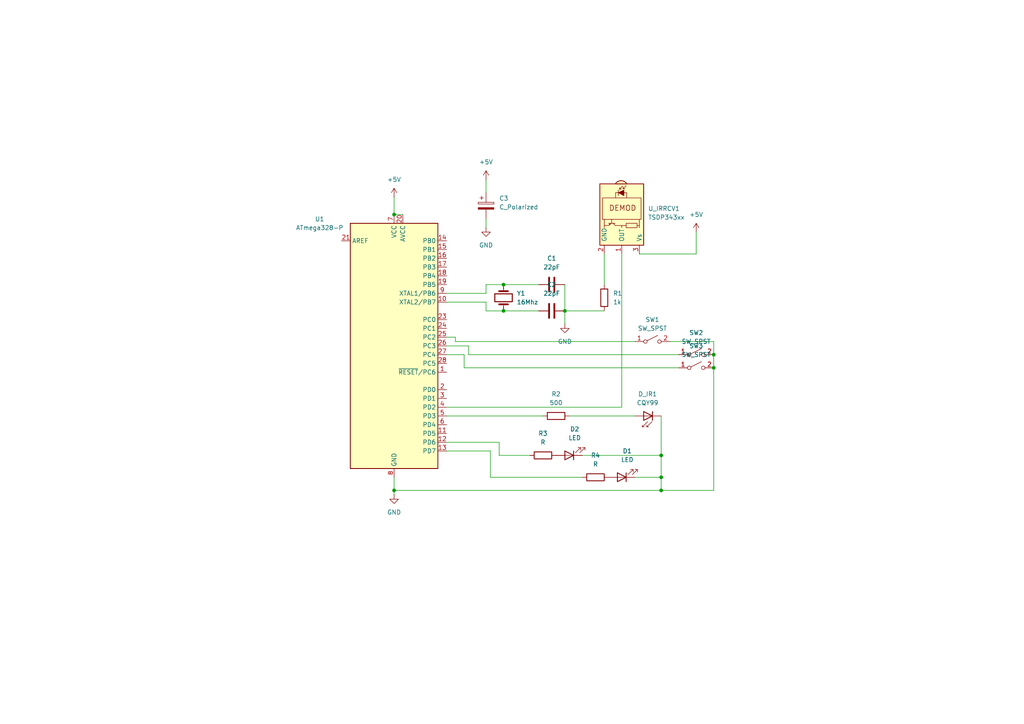
<source format=kicad_sch>
(kicad_sch (version 20231120) (generator "eeschema") (generator_version "8.0")
  (paper "A4")
  (lib_symbols
    (symbol "Device:C" (pin_numbers hide) (pin_names (offset 0.254))
      (property "Reference" "C" (at 0.635 2.54 0))
      (property "Value" "C" (at 0.635 -2.54 0))
      (symbol "C_0_1"
        (polyline (pts (xy -2.032 -0.762) (xy 2.032 -0.762)) (stroke (width 0.508)))
        (polyline (pts (xy -2.032 0.762) (xy 2.032 0.762)) (stroke (width 0.508)))
      )
      (symbol "C_1_1"
        (pin passive line (at 0 3.81 270) (length 2.794) (name "~") (number "1"))
        (pin passive line (at 0 -3.81 90) (length 2.794) (name "~") (number "2"))
      )
    )
    (symbol "Device:C_Polarized" (pin_numbers hide) (pin_names (offset 0.254))
      (property "Reference" "C" (at 0.635 2.54 0))
      (property "Value" "C_Polarized" (at 0.635 -2.54 0))
      (symbol "C_Polarized_0_1"
        (rectangle (start -2.286 0.508) (end 2.286 1.016))
        (polyline (pts (xy -1.778 2.286) (xy -0.762 2.286)))
        (polyline (pts (xy -1.27 2.794) (xy -1.27 1.778)))
        (rectangle (start 2.286 -0.508) (end -2.286 -1.016) (fill (type outline)))
      )
      (symbol "C_Polarized_1_1"
        (pin passive line (at 0 3.81 270) (length 2.794) (name "~") (number "1"))
        (pin passive line (at 0 -3.81 90) (length 2.794) (name "~") (number "2"))
      )
    )
    (symbol "Device:Crystal" (pin_numbers hide) (pin_names (offset 1.016) hide)
      (property "Reference" "Y" (at 0 3.81 0))
      (property "Value" "Crystal" (at 0 -3.81 0))
      (symbol "Crystal_0_1"
        (rectangle (start -1.143 2.54) (end 1.143 -2.54) (stroke (width 0.3048)))
        (polyline (pts (xy -2.54 0) (xy -1.905 0)))
        (polyline (pts (xy -1.905 -1.27) (xy -1.905 1.27)) (stroke (width 0.508)))
        (polyline (pts (xy 1.905 -1.27) (xy 1.905 1.27)) (stroke (width 0.508)))
        (polyline (pts (xy 2.54 0) (xy 1.905 0)))
      )
      (symbol "Crystal_1_1"
        (pin passive line (at -3.81 0 0) (length 1.27) (name "1") (number "1"))
        (pin passive line (at 3.81 0 180) (length 1.27) (name "2") (number "2"))
      )
    )
    (symbol "Device:LED" (pin_numbers hide) (pin_names (offset 1.016) hide)
      (property "Reference" "D" (at 0 2.54 0))
      (property "Value" "LED" (at 0 -2.54 0))
      (symbol "LED_0_1"
        (polyline (pts (xy -1.27 -1.27) (xy -1.27 1.27)) (stroke (width 0.254)))
        (polyline (pts (xy -1.27 0) (xy 1.27 0)))
        (polyline (pts (xy 1.27 -1.27) (xy 1.27 1.27) (xy -1.27 0) (xy 1.27 -1.27)) (stroke (width 0.254)))
        (polyline (pts (xy -3.048 -0.762) (xy -4.572 -2.286) (xy -3.81 -2.286) (xy -4.572 -2.286) (xy -4.572 -1.524)))
        (polyline (pts (xy -1.778 -0.762) (xy -3.302 -2.286) (xy -2.54 -2.286) (xy -3.302 -2.286) (xy -3.302 -1.524)))
      )
      (symbol "LED_1_1"
        (pin passive line (at -3.81 0 0) (length 2.54) (name "K") (number "1"))
        (pin passive line (at 3.81 0 180) (length 2.54) (name "A") (number "2"))
      )
    )
    (symbol "Device:R" (pin_numbers hide) (pin_names (offset 0))
      (property "Reference" "R" (at 2.032 0 90))
      (property "Value" "R" (at 0 0 90))
      (symbol "R_0_1"
        (rectangle (start -1.016 -2.54) (end 1.016 2.54) (stroke (width 0.254)))
      )
      (symbol "R_1_1"
        (pin passive line (at 0 3.81 270) (length 1.27) (name "~") (number "1"))
        (pin passive line (at 0 -3.81 90) (length 1.27) (name "~") (number "2"))
      )
    )
    (symbol "Interface_Optical:TSDP343xx" (pin_names (offset 1.016))
      (property "Reference" "U" (at -10.16 7.62 0))
      (property "Value" "TSDP343xx" (at -10.16 -7.62 0))
      (symbol "TSDP343xx_0_0"
        (arc (start -10.287 1.397) (mid -11.0899 -0.1852) (end -10.287 -1.778) (stroke (width 0.254)) (fill (type background)))
        (polyline (pts (xy 1.905 -5.08) (xy 0.127 -5.08)))
        (polyline (pts (xy 1.905 5.08) (xy 0.127 5.08)))
        (text "DEMOD" (at -3.175 0.254 900) (effects (font (size 1.524 1.524))))
      )
      (symbol "TSDP343xx_0_1"
        (rectangle (start -6.096 5.588) (end 0.127 -5.588))
        (polyline (pts (xy -8.763 0.381) (xy -9.652 1.27)))
        (polyline (pts (xy -8.763 0.381) (xy -9.271 0.381)))
        (polyline (pts (xy -8.763 0.381) (xy -8.763 0.889)))
        (polyline (pts (xy -8.636 -0.635) (xy -9.525 0.254)))
        (polyline (pts (xy -8.636 -0.635) (xy -9.144 -0.635)))
        (polyline (pts (xy -8.636 -0.635) (xy -8.636 -0.127)))
        (polyline (pts (xy -8.382 -1.016) (xy -6.731 -1.016)))
        (polyline (pts (xy 1.27 -2.921) (xy 0.127 -2.921)))
        (polyline (pts (xy 1.27 -1.905) (xy 1.27 -3.81)))
        (polyline (pts (xy 1.397 -3.556) (xy 1.524 -3.556)))
        (polyline (pts (xy 1.651 -3.556) (xy 1.524 -3.556)))
        (polyline (pts (xy 1.651 -3.556) (xy 1.651 -3.302)))
        (polyline (pts (xy 1.905 0) (xy 1.905 1.27)))
        (polyline (pts (xy 1.905 4.445) (xy 1.905 5.08) (xy 2.54 5.08)))
        (polyline (pts (xy -8.382 0.635) (xy -6.731 0.635) (xy -7.62 -1.016) (xy -8.382 0.635)) (fill (type outline)))
        (polyline (pts (xy -6.096 1.397) (xy -7.62 1.397) (xy -7.62 -1.778) (xy -6.096 -1.778)))
        (polyline (pts (xy 1.27 -3.175) (xy 1.905 -3.81) (xy 1.905 -5.08) (xy 2.54 -5.08)))
        (polyline (pts (xy 1.27 -2.54) (xy 1.905 -1.905) (xy 1.905 0) (xy 2.54 0)))
        (rectangle (start 2.54 1.27) (end 1.27 4.445))
        (rectangle (start 7.62 6.35) (end -10.16 -6.35) (stroke (width 0.254)) (fill (type background)))
      )
      (symbol "TSDP343xx_1_1"
        (pin output line (at 10.16 0 180) (length 2.54) (name "OUT") (number "1"))
        (pin power_in line (at 10.16 -5.08 180) (length 2.54) (name "GND") (number "2"))
        (pin power_in line (at 10.16 5.08 180) (length 2.54) (name "Vs") (number "3"))
      )
    )
    (symbol "LED:CQY99" (pin_numbers hide) (pin_names (offset 1.016) hide)
      (property "Reference" "D" (at 0.508 1.778 0))
      (property "Value" "CQY99" (at -1.016 -2.794 0))
      (symbol "CQY99_0_1"
        (polyline (pts (xy -2.54 1.27) (xy -2.54 -1.27)) (stroke (width 0.254)))
        (polyline (pts (xy 0 0) (xy -2.54 0)))
        (polyline (pts (xy 0.381 3.175) (xy -0.127 3.175)))
        (polyline (pts (xy -1.143 1.651) (xy 0.381 3.175) (xy 0.381 2.667)))
        (polyline (pts (xy 0 -1.27) (xy -2.54 0) (xy 0 1.27) (xy 0 -1.27)) (stroke (width 0.254)))
        (polyline (pts (xy -2.413 1.651) (xy -0.889 3.175) (xy -0.889 2.667) (xy -0.889 3.175) (xy -1.397 3.175)))
      )
      (symbol "CQY99_1_1"
        (pin passive line (at -5.08 0 0) (length 2.54) (name "K") (number "1"))
        (pin passive line (at 2.54 0 180) (length 2.54) (name "A") (number "2"))
      )
    )
    (symbol "MCU_Microchip_ATmega:ATmega328-P"
      (property "Reference" "U" (at -12.7 36.83 0))
      (property "Value" "ATmega328-P" (at 2.54 -36.83 0))
      (symbol "ATmega328-P_0_1"
        (rectangle (start -12.7 -35.56) (end 12.7 35.56) (stroke (width 0.254)) (fill (type background)))
      )
      (symbol "ATmega328-P_1_1"
        (pin bidirectional line (at 15.24 -7.62 180) (length 2.54) (name "~{RESET}/PC6") (number "1"))
        (pin bidirectional line (at 15.24 12.7 180) (length 2.54) (name "XTAL2/PB7") (number "10"))
        (pin bidirectional line (at 15.24 -25.4 180) (length 2.54) (name "PD5") (number "11"))
        (pin bidirectional line (at 15.24 -27.94 180) (length 2.54) (name "PD6") (number "12"))
        (pin bidirectional line (at 15.24 -30.48 180) (length 2.54) (name "PD7") (number "13"))
        (pin bidirectional line (at 15.24 30.48 180) (length 2.54) (name "PB0") (number "14"))
        (pin bidirectional line (at 15.24 27.94 180) (length 2.54) (name "PB1") (number "15"))
        (pin bidirectional line (at 15.24 25.4 180) (length 2.54) (name "PB2") (number "16"))
        (pin bidirectional line (at 15.24 22.86 180) (length 2.54) (name "PB3") (number "17"))
        (pin bidirectional line (at 15.24 20.32 180) (length 2.54) (name "PB4") (number "18"))
        (pin bidirectional line (at 15.24 17.78 180) (length 2.54) (name "PB5") (number "19"))
        (pin bidirectional line (at 15.24 -12.7 180) (length 2.54) (name "PD0") (number "2"))
        (pin power_in line (at 2.54 38.1 270) (length 2.54) (name "AVCC") (number "20"))
        (pin passive line (at -15.24 30.48 0) (length 2.54) (name "AREF") (number "21"))
        (pin passive line (at 0 -38.1 90) (length 2.54) hide (name "GND") (number "22"))
        (pin bidirectional line (at 15.24 7.62 180) (length 2.54) (name "PC0") (number "23"))
        (pin bidirectional line (at 15.24 5.08 180) (length 2.54) (name "PC1") (number "24"))
        (pin bidirectional line (at 15.24 2.54 180) (length 2.54) (name "PC2") (number "25"))
        (pin bidirectional line (at 15.24 0 180) (length 2.54) (name "PC3") (number "26"))
        (pin bidirectional line (at 15.24 -2.54 180) (length 2.54) (name "PC4") (number "27"))
        (pin bidirectional line (at 15.24 -5.08 180) (length 2.54) (name "PC5") (number "28"))
        (pin bidirectional line (at 15.24 -15.24 180) (length 2.54) (name "PD1") (number "3"))
        (pin bidirectional line (at 15.24 -17.78 180) (length 2.54) (name "PD2") (number "4"))
        (pin bidirectional line (at 15.24 -20.32 180) (length 2.54) (name "PD3") (number "5"))
        (pin bidirectional line (at 15.24 -22.86 180) (length 2.54) (name "PD4") (number "6"))
        (pin power_in line (at 0 38.1 270) (length 2.54) (name "VCC") (number "7"))
        (pin power_in line (at 0 -38.1 90) (length 2.54) (name "GND") (number "8"))
        (pin bidirectional line (at 15.24 15.24 180) (length 2.54) (name "XTAL1/PB6") (number "9"))
      )
    )
    (symbol "Switch:SW_SPST" (pin_names (offset 0) hide)
      (property "Reference" "SW" (at 0 3.175 0))
      (property "Value" "SW_SPST" (at 0 -2.54 0))
      (symbol "SW_SPST_0_0"
        (circle (center -2.032 0) (radius 0.508))
        (polyline (pts (xy -1.524 0.254) (xy 1.524 1.778)))
        (circle (center 2.032 0) (radius 0.508))
      )
      (symbol "SW_SPST_1_1"
        (pin passive line (at -5.08 0 0) (length 2.54) (name "A") (number "1"))
        (pin passive line (at 5.08 0 180) (length 2.54) (name "B") (number "2"))
      )
    )
    (symbol "power:+5V" (power) (pin_numbers hide) (pin_names (offset 0) hide)
      (property "Value" "+5V" (at 0 3.556 0))
      (symbol "+5V_0_1"
        (polyline (pts (xy -0.762 1.27) (xy 0 2.54)))
        (polyline (pts (xy 0 0) (xy 0 2.54)))
        (polyline (pts (xy 0 2.54) (xy 0.762 1.27)))
      )
      (symbol "+5V_1_1"
        (pin power_in line (at 0 0 90) (length 0) (name "~") (number "1"))
      )
    )
    (symbol "power:GND" (power) (pin_numbers hide) (pin_names (offset 0) hide)
      (property "Value" "GND" (at 0 -3.81 0))
      (symbol "GND_0_1"
        (polyline (pts (xy 0 0) (xy 0 -1.27) (xy 1.27 -1.27) (xy 0 -2.54) (xy -1.27 -1.27) (xy 0 -1.27)))
      )
      (symbol "GND_1_1"
        (pin power_in line (at 0 0 270) (length 0) (name "~") (number "1"))
      )
    )
  )
  (junction (at 207.01 106.68))
  (junction (at 191.77 138.43))
  (junction (at 114.3 142.24))
  (junction (at 146.05 90.17))
  (junction (at 163.83 90.17))
  (junction (at 207.01 102.87))
  (junction (at 114.3 62.23))
  (junction (at 191.77 142.24))
  (junction (at 146.05 82.55))
  (junction (at 191.77 132.08))
  (wire (pts (xy 129.54 118.11) (xy 180.34 118.11)))
  (wire (pts (xy 168.91 138.43) (xy 142.24 138.43)))
  (wire (pts (xy 146.05 82.55) (xy 156.21 82.55)))
  (wire (pts (xy 184.15 138.43) (xy 191.77 138.43)))
  (wire (pts (xy 194.31 99.06) (xy 207.01 99.06)))
  (wire (pts (xy 114.3 138.43) (xy 114.3 142.24)))
  (wire (pts (xy 175.26 73.66) (xy 175.26 82.55)))
  (wire (pts (xy 114.3 57.15) (xy 114.3 62.23)))
  (wire (pts (xy 142.24 138.43) (xy 142.24 130.81)))
  (wire (pts (xy 168.91 132.08) (xy 191.77 132.08)))
  (wire (pts (xy 163.83 82.55) (xy 163.83 90.17)))
  (wire (pts (xy 114.3 142.24) (xy 114.3 143.51)))
  (wire (pts (xy 207.01 106.68) (xy 207.01 142.24)))
  (wire (pts (xy 201.93 67.31) (xy 201.93 73.66)))
  (wire (pts (xy 132.08 97.79) (xy 129.54 97.79)))
  (wire (pts (xy 207.01 102.87) (xy 207.01 106.68)))
  (wire (pts (xy 134.62 106.68) (xy 134.62 102.87)))
  (wire (pts (xy 191.77 138.43) (xy 191.77 142.24)))
  (wire (pts (xy 135.89 100.33) (xy 129.54 100.33)))
  (wire (pts (xy 184.15 99.06) (xy 132.08 99.06)))
  (wire (pts (xy 135.89 102.87) (xy 135.89 100.33)))
  (wire (pts (xy 140.97 63.5) (xy 140.97 66.04)))
  (wire (pts (xy 185.42 73.66) (xy 201.93 73.66)))
  (wire (pts (xy 142.24 130.81) (xy 129.54 130.81)))
  (wire (pts (xy 114.3 62.23) (xy 116.84 62.23)))
  (wire (pts (xy 144.78 132.08) (xy 144.78 128.27)))
  (wire (pts (xy 153.67 132.08) (xy 144.78 132.08)))
  (wire (pts (xy 140.97 82.55) (xy 140.97 85.09)))
  (wire (pts (xy 140.97 85.09) (xy 129.54 85.09)))
  (wire (pts (xy 191.77 132.08) (xy 191.77 138.43)))
  (wire (pts (xy 140.97 52.07) (xy 140.97 55.88)))
  (wire (pts (xy 191.77 120.65) (xy 191.77 132.08)))
  (wire (pts (xy 129.54 120.65) (xy 157.48 120.65)))
  (wire (pts (xy 165.1 120.65) (xy 184.15 120.65)))
  (wire (pts (xy 146.05 82.55) (xy 140.97 82.55)))
  (wire (pts (xy 196.85 106.68) (xy 134.62 106.68)))
  (wire (pts (xy 129.54 87.63) (xy 140.97 87.63)))
  (wire (pts (xy 146.05 90.17) (xy 156.21 90.17)))
  (wire (pts (xy 180.34 118.11) (xy 180.34 73.66)))
  (wire (pts (xy 196.85 102.87) (xy 135.89 102.87)))
  (wire (pts (xy 140.97 90.17) (xy 140.97 87.63)))
  (wire (pts (xy 163.83 90.17) (xy 175.26 90.17)))
  (wire (pts (xy 191.77 142.24) (xy 114.3 142.24)))
  (wire (pts (xy 163.83 90.17) (xy 163.83 93.98)))
  (wire (pts (xy 207.01 142.24) (xy 191.77 142.24)))
  (wire (pts (xy 207.01 99.06) (xy 207.01 102.87)))
  (wire (pts (xy 144.78 128.27) (xy 129.54 128.27)))
  (wire (pts (xy 134.62 102.87) (xy 129.54 102.87)))
  (wire (pts (xy 146.05 90.17) (xy 140.97 90.17)))
  (wire (pts (xy 132.08 99.06) (xy 132.08 97.79)))
  (symbol (lib_id "Device:R") (at 175.26 86.36 180) (unit 1)
    (property "Reference" "R1" (at 177.8 85.0899 0) (effects (justify right)))
    (property "Value" "1k" (at 177.8 87.6299 0) (effects (justify right)))
    (property "Description" "Resistor" (effects (hide yes)))
  )
  (symbol (lib_id "power:+5V") (at 140.97 52.07 0) (unit 1)
    (property "Reference" "#PWR5" (effects (hide yes)))
    (property "Value" "+5V" (at 140.97 46.99 0))
    (property "Description" "Power symbol creates a global label with name \"+5V\"" (effects (hide yes)))
  )
  (symbol (lib_id "Interface_Optical:TSDP343xx") (at 180.34 63.5 270) (unit 1)
    (property "Reference" "U_IRRCV1" (at 187.96 60.4949 90) (effects (justify left)))
    (property "Value" "TSDP343xx" (at 187.96 63.0349 90) (effects (justify left)))
    (property "Footprint" "OptoDevice:Vishay_MOLD-3Pin" (effects (hide yes)))
    (property "Datasheet" "http://www.vishay.com/docs/82667/tsdp341.pdf" (effects (hide yes)))
    (property "Description" "IR Receiver Modules for Data Transmission" (effects (hide yes)))
  )
  (symbol (lib_id "Switch:SW_SPST") (at 189.23 99.06 0) (unit 1)
    (property "Reference" "SW1" (at 189.23 92.71 0))
    (property "Value" "SW_SPST" (at 189.23 95.25 0))
    (property "Description" "Single Pole Single Throw (SPST) switch" (effects (hide yes)))
  )
  (symbol (lib_id "MCU_Microchip_ATmega:ATmega328-P") (at 114.3 100.33 0) (unit 1)
    (property "Reference" "U1" (at 92.71 63.5314 0))
    (property "Value" "ATmega328-P" (at 92.71 66.0714 0))
    (property "Footprint" "Package_DIP:DIP-28_W7.62mm" (effects (hide yes)))
    (property "Datasheet" "http://ww1.microchip.com/downloads/en/DeviceDoc/ATmega328_P%20AVR%20MCU%20with%20picoPower%20Technology%20Data%20Sheet%2040001984A.pdf" (effects (hide yes)))
    (property "Description" "20MHz, 32kB Flash, 2kB SRAM, 1kB EEPROM, DIP-28" (effects (hide yes)))
  )
  (symbol (lib_id "power:GND") (at 140.97 66.04 0) (unit 1)
    (property "Reference" "#PWR4" (effects (hide yes)))
    (property "Value" "GND" (at 140.97 71.12 0))
    (property "Description" "Power symbol creates a global label with name \"GND\" , ground" (effects (hide yes)))
  )
  (symbol (lib_id "power:+5V") (at 114.3 57.15 0) (unit 1)
    (property "Reference" "#PWR1" (effects (hide yes)))
    (property "Value" "+5V" (at 114.3 52.07 0))
    (property "Description" "Power symbol creates a global label with name \"+5V\"" (effects (hide yes)))
  )
  (symbol (lib_id "Device:LED") (at 180.34 138.43 180) (unit 1)
    (property "Reference" "D1" (at 181.9275 130.81 0))
    (property "Value" "LED" (at 181.9275 133.35 0))
    (property "Description" "Light emitting diode" (effects (hide yes)))
  )
  (symbol (lib_id "Device:R") (at 161.29 120.65 90) (unit 1)
    (property "Reference" "R2" (at 161.29 114.3 90))
    (property "Value" "500" (at 161.29 116.84 90))
    (property "Description" "Resistor" (effects (hide yes)))
  )
  (symbol (lib_id "Switch:SW_SPST") (at 201.93 102.87 0) (unit 1)
    (property "Reference" "SW2" (at 201.93 96.52 0))
    (property "Value" "SW_SPST" (at 201.93 99.06 0))
    (property "Description" "Single Pole Single Throw (SPST) switch" (effects (hide yes)))
  )
  (symbol (lib_id "Device:R") (at 157.48 132.08 90) (unit 1)
    (property "Reference" "R3" (at 157.48 125.73 90))
    (property "Value" "R" (at 157.48 128.27 90))
    (property "Description" "Resistor" (effects (hide yes)))
  )
  (symbol (lib_id "Device:C") (at 160.02 90.17 90) (unit 1)
    (property "Reference" "C2" (at 160.02 82.55 90))
    (property "Value" "22pF" (at 160.02 85.09 90))
    (property "Footprint" "Capacitor_THT:C_Disc_D9.0mm_W5.0mm_P10.00mm" (effects (hide yes)))
    (property "Description" "Unpolarized capacitor" (effects (hide yes)))
  )
  (symbol (lib_id "Switch:SW_SPST") (at 201.93 106.68 0) (unit 1)
    (property "Reference" "SW3" (at 201.93 100.33 0))
    (property "Value" "SW_SPST" (at 201.93 102.87 0))
    (property "Description" "Single Pole Single Throw (SPST) switch" (effects (hide yes)))
  )
  (symbol (lib_id "Device:C_Polarized") (at 140.97 59.69 0) (unit 1)
    (property "Reference" "C3" (at 144.78 57.5309 0) (effects (justify left)))
    (property "Value" "C_Polarized" (at 144.78 60.0709 0) (effects (justify left)))
    (property "Description" "Polarized capacitor" (effects (hide yes)))
  )
  (symbol (lib_id "power:GND") (at 114.3 143.51 0) (unit 1)
    (property "Reference" "#PWR2" (effects (hide yes)))
    (property "Value" "GND" (at 114.3 148.59 0))
    (property "Description" "Power symbol creates a global label with name \"GND\" , ground" (effects (hide yes)))
  )
  (symbol (lib_id "Device:LED") (at 165.1 132.08 180) (unit 1)
    (property "Reference" "D2" (at 166.6875 124.46 0))
    (property "Value" "LED" (at 166.6875 127 0))
    (property "Description" "Light emitting diode" (effects (hide yes)))
  )
  (symbol (lib_id "power:+5V") (at 201.93 67.31 0) (unit 1)
    (property "Reference" "#PWR6" (effects (hide yes)))
    (property "Value" "+5V" (at 201.93 62.23 0))
    (property "Description" "Power symbol creates a global label with name \"+5V\"" (effects (hide yes)))
  )
  (symbol (lib_id "Device:R") (at 172.72 138.43 90) (unit 1)
    (property "Reference" "R4" (at 172.72 132.08 90))
    (property "Value" "R" (at 172.72 134.62 90))
    (property "Description" "Resistor" (effects (hide yes)))
  )
  (symbol (lib_id "Device:Crystal") (at 146.05 86.36 90) (unit 1)
    (property "Reference" "Y1" (at 149.86 85.0899 90) (effects (justify right)))
    (property "Value" "16Mhz" (at 149.86 87.6299 90) (effects (justify right)))
    (property "Footprint" "Crystal:Crystal_HC18-U_Vertical" (effects (hide yes)))
    (property "Description" "Two pin crystal" (effects (hide yes)))
  )
  (symbol (lib_id "LED:CQY99") (at 186.69 120.65 180) (unit 1)
    (property "Reference" "D_IR1" (at 187.833 114.3 0))
    (property "Value" "CQY99" (at 187.833 116.84 0))
    (property "Footprint" "LED_THT:LED_D5.0mm_IRGrey" (effects (hide yes)))
    (property "Datasheet" "https://www.prtice.info/IMG/pdf/CQY99.pdf" (effects (hide yes)))
    (property "Description" "950nm IR-LED, 5mm" (effects (hide yes)))
  )
  (symbol (lib_id "Device:C") (at 160.02 82.55 90) (unit 1)
    (property "Reference" "C1" (at 160.02 74.93 90))
    (property "Value" "22pF" (at 160.02 77.47 90))
    (property "Footprint" "Capacitor_THT:C_Disc_D9.0mm_W5.0mm_P10.00mm" (effects (hide yes)))
    (property "Description" "Unpolarized capacitor" (effects (hide yes)))
  )
  (symbol (lib_id "power:GND") (at 163.83 93.98 0) (unit 1)
    (property "Reference" "#PWR3" (effects (hide yes)))
    (property "Value" "GND" (at 163.83 99.06 0))
    (property "Description" "Power symbol creates a global label with name \"GND\" , ground" (effects (hide yes)))
  )
)
</source>
